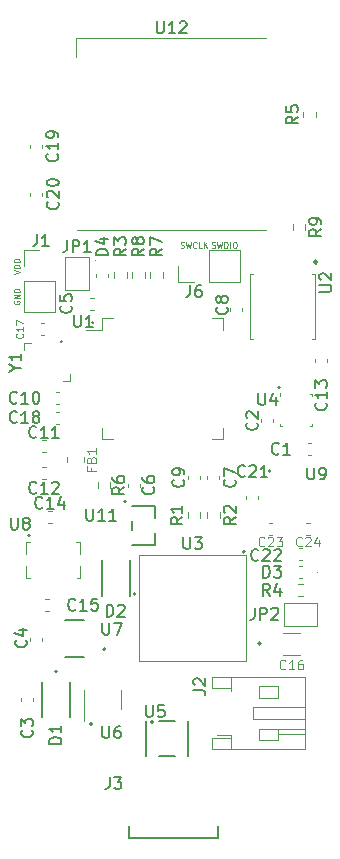
<source format=gbr>
%TF.GenerationSoftware,KiCad,Pcbnew,(6.0.8)*%
%TF.CreationDate,2023-06-03T22:28:48+01:00*%
%TF.ProjectId,circuit board design v2.1,63697263-7569-4742-9062-6f6172642064,rev?*%
%TF.SameCoordinates,Original*%
%TF.FileFunction,Legend,Top*%
%TF.FilePolarity,Positive*%
%FSLAX46Y46*%
G04 Gerber Fmt 4.6, Leading zero omitted, Abs format (unit mm)*
G04 Created by KiCad (PCBNEW (6.0.8)) date 2023-06-03 22:28:48*
%MOMM*%
%LPD*%
G01*
G04 APERTURE LIST*
%ADD10C,0.150000*%
%ADD11C,0.100000*%
%ADD12C,0.120000*%
%ADD13C,0.200000*%
%ADD14C,0.127000*%
%ADD15C,0.152400*%
%ADD16C,0.300000*%
%ADD17C,0.250000*%
G04 APERTURE END LIST*
D10*
%TO.C,U9*%
X47577425Y-61758877D02*
X47577425Y-62568401D01*
X47625044Y-62663639D01*
X47672663Y-62711258D01*
X47767901Y-62758877D01*
X47958377Y-62758877D01*
X48053615Y-62711258D01*
X48101234Y-62663639D01*
X48148853Y-62568401D01*
X48148853Y-61758877D01*
X48672663Y-62758877D02*
X48863139Y-62758877D01*
X48958377Y-62711258D01*
X49005996Y-62663639D01*
X49101234Y-62520782D01*
X49148853Y-62330306D01*
X49148853Y-61949354D01*
X49101234Y-61854116D01*
X49053615Y-61806497D01*
X48958377Y-61758877D01*
X48767901Y-61758877D01*
X48672663Y-61806497D01*
X48625044Y-61854116D01*
X48577425Y-61949354D01*
X48577425Y-62187449D01*
X48625044Y-62282687D01*
X48672663Y-62330306D01*
X48767901Y-62377925D01*
X48958377Y-62377925D01*
X49053615Y-62330306D01*
X49101234Y-62282687D01*
X49148853Y-62187449D01*
%TO.C,J3*%
X30833666Y-87967487D02*
X30833666Y-88681773D01*
X30786047Y-88824630D01*
X30690809Y-88919868D01*
X30547952Y-88967487D01*
X30452714Y-88967487D01*
X31214619Y-87967487D02*
X31833666Y-87967487D01*
X31500333Y-88348440D01*
X31643190Y-88348440D01*
X31738428Y-88396059D01*
X31786047Y-88443678D01*
X31833666Y-88538916D01*
X31833666Y-88777011D01*
X31786047Y-88872249D01*
X31738428Y-88919868D01*
X31643190Y-88967487D01*
X31357476Y-88967487D01*
X31262238Y-88919868D01*
X31214619Y-88872249D01*
%TO.C,U3*%
X37084095Y-67651380D02*
X37084095Y-68460904D01*
X37131714Y-68556142D01*
X37179333Y-68603761D01*
X37274571Y-68651380D01*
X37465047Y-68651380D01*
X37560285Y-68603761D01*
X37607904Y-68556142D01*
X37655523Y-68460904D01*
X37655523Y-67651380D01*
X38036476Y-67651380D02*
X38655523Y-67651380D01*
X38322190Y-68032333D01*
X38465047Y-68032333D01*
X38560285Y-68079952D01*
X38607904Y-68127571D01*
X38655523Y-68222809D01*
X38655523Y-68460904D01*
X38607904Y-68556142D01*
X38560285Y-68603761D01*
X38465047Y-68651380D01*
X38179333Y-68651380D01*
X38084095Y-68603761D01*
X38036476Y-68556142D01*
%TO.C,R9*%
X48745380Y-41568666D02*
X48269190Y-41902000D01*
X48745380Y-42140095D02*
X47745380Y-42140095D01*
X47745380Y-41759142D01*
X47793000Y-41663904D01*
X47840619Y-41616285D01*
X47935857Y-41568666D01*
X48078714Y-41568666D01*
X48173952Y-41616285D01*
X48221571Y-41663904D01*
X48269190Y-41759142D01*
X48269190Y-42140095D01*
X48745380Y-41092476D02*
X48745380Y-40902000D01*
X48697761Y-40806761D01*
X48650142Y-40759142D01*
X48507285Y-40663904D01*
X48316809Y-40616285D01*
X47935857Y-40616285D01*
X47840619Y-40663904D01*
X47793000Y-40711523D01*
X47745380Y-40806761D01*
X47745380Y-40997238D01*
X47793000Y-41092476D01*
X47840619Y-41140095D01*
X47935857Y-41187714D01*
X48173952Y-41187714D01*
X48269190Y-41140095D01*
X48316809Y-41092476D01*
X48364428Y-40997238D01*
X48364428Y-40806761D01*
X48316809Y-40711523D01*
X48269190Y-40663904D01*
X48173952Y-40616285D01*
%TO.C,D4*%
X30678380Y-43791095D02*
X29678380Y-43791095D01*
X29678380Y-43553000D01*
X29726000Y-43410142D01*
X29821238Y-43314904D01*
X29916476Y-43267285D01*
X30106952Y-43219666D01*
X30249809Y-43219666D01*
X30440285Y-43267285D01*
X30535523Y-43314904D01*
X30630761Y-43410142D01*
X30678380Y-43553000D01*
X30678380Y-43791095D01*
X30011714Y-42362523D02*
X30678380Y-42362523D01*
X29630761Y-42600619D02*
X30345047Y-42838714D01*
X30345047Y-42219666D01*
%TO.C,D3*%
X43838904Y-71064380D02*
X43838904Y-70064380D01*
X44077000Y-70064380D01*
X44219857Y-70112000D01*
X44315095Y-70207238D01*
X44362714Y-70302476D01*
X44410333Y-70492952D01*
X44410333Y-70635809D01*
X44362714Y-70826285D01*
X44315095Y-70921523D01*
X44219857Y-71016761D01*
X44077000Y-71064380D01*
X43838904Y-71064380D01*
X44743666Y-70064380D02*
X45362714Y-70064380D01*
X45029380Y-70445333D01*
X45172238Y-70445333D01*
X45267476Y-70492952D01*
X45315095Y-70540571D01*
X45362714Y-70635809D01*
X45362714Y-70873904D01*
X45315095Y-70969142D01*
X45267476Y-71016761D01*
X45172238Y-71064380D01*
X44886523Y-71064380D01*
X44791285Y-71016761D01*
X44743666Y-70969142D01*
%TO.C,C7*%
X41411142Y-62777666D02*
X41458761Y-62825285D01*
X41506380Y-62968142D01*
X41506380Y-63063380D01*
X41458761Y-63206238D01*
X41363523Y-63301476D01*
X41268285Y-63349095D01*
X41077809Y-63396714D01*
X40934952Y-63396714D01*
X40744476Y-63349095D01*
X40649238Y-63301476D01*
X40554000Y-63206238D01*
X40506380Y-63063380D01*
X40506380Y-62968142D01*
X40554000Y-62825285D01*
X40601619Y-62777666D01*
X40506380Y-62444333D02*
X40506380Y-61777666D01*
X41506380Y-62206238D01*
%TO.C,R6*%
X32075380Y-63412666D02*
X31599190Y-63746000D01*
X32075380Y-63984095D02*
X31075380Y-63984095D01*
X31075380Y-63603142D01*
X31123000Y-63507904D01*
X31170619Y-63460285D01*
X31265857Y-63412666D01*
X31408714Y-63412666D01*
X31503952Y-63460285D01*
X31551571Y-63507904D01*
X31599190Y-63603142D01*
X31599190Y-63984095D01*
X31075380Y-62555523D02*
X31075380Y-62746000D01*
X31123000Y-62841238D01*
X31170619Y-62888857D01*
X31313476Y-62984095D01*
X31503952Y-63031714D01*
X31884904Y-63031714D01*
X31980142Y-62984095D01*
X32027761Y-62936476D01*
X32075380Y-62841238D01*
X32075380Y-62650761D01*
X32027761Y-62555523D01*
X31980142Y-62507904D01*
X31884904Y-62460285D01*
X31646809Y-62460285D01*
X31551571Y-62507904D01*
X31503952Y-62555523D01*
X31456333Y-62650761D01*
X31456333Y-62841238D01*
X31503952Y-62936476D01*
X31551571Y-62984095D01*
X31646809Y-63031714D01*
%TO.C,C15*%
X27932142Y-73763142D02*
X27884523Y-73810761D01*
X27741666Y-73858380D01*
X27646428Y-73858380D01*
X27503571Y-73810761D01*
X27408333Y-73715523D01*
X27360714Y-73620285D01*
X27313095Y-73429809D01*
X27313095Y-73286952D01*
X27360714Y-73096476D01*
X27408333Y-73001238D01*
X27503571Y-72906000D01*
X27646428Y-72858380D01*
X27741666Y-72858380D01*
X27884523Y-72906000D01*
X27932142Y-72953619D01*
X28884523Y-73858380D02*
X28313095Y-73858380D01*
X28598809Y-73858380D02*
X28598809Y-72858380D01*
X28503571Y-73001238D01*
X28408333Y-73096476D01*
X28313095Y-73144095D01*
X29789285Y-72858380D02*
X29313095Y-72858380D01*
X29265476Y-73334571D01*
X29313095Y-73286952D01*
X29408333Y-73239333D01*
X29646428Y-73239333D01*
X29741666Y-73286952D01*
X29789285Y-73334571D01*
X29836904Y-73429809D01*
X29836904Y-73667904D01*
X29789285Y-73763142D01*
X29741666Y-73810761D01*
X29646428Y-73858380D01*
X29408333Y-73858380D01*
X29313095Y-73810761D01*
X29265476Y-73763142D01*
%TO.C,D2*%
X30573214Y-74366380D02*
X30573214Y-73366380D01*
X30811309Y-73366380D01*
X30954166Y-73414000D01*
X31049404Y-73509238D01*
X31097023Y-73604476D01*
X31144642Y-73794952D01*
X31144642Y-73937809D01*
X31097023Y-74128285D01*
X31049404Y-74223523D01*
X30954166Y-74318761D01*
X30811309Y-74366380D01*
X30573214Y-74366380D01*
X31525595Y-73461619D02*
X31573214Y-73414000D01*
X31668452Y-73366380D01*
X31906547Y-73366380D01*
X32001785Y-73414000D01*
X32049404Y-73461619D01*
X32097023Y-73556857D01*
X32097023Y-73652095D01*
X32049404Y-73794952D01*
X31477976Y-74366380D01*
X32097023Y-74366380D01*
%TO.C,J1*%
X24685666Y-41997380D02*
X24685666Y-42711666D01*
X24638047Y-42854523D01*
X24542809Y-42949761D01*
X24399952Y-42997380D01*
X24304714Y-42997380D01*
X25685666Y-42997380D02*
X25114238Y-42997380D01*
X25399952Y-42997380D02*
X25399952Y-41997380D01*
X25304714Y-42140238D01*
X25209476Y-42235476D01*
X25114238Y-42283095D01*
D11*
X22737000Y-47649952D02*
X22713190Y-47697571D01*
X22713190Y-47769000D01*
X22737000Y-47840428D01*
X22784619Y-47888047D01*
X22832238Y-47911857D01*
X22927476Y-47935666D01*
X22998904Y-47935666D01*
X23094142Y-47911857D01*
X23141761Y-47888047D01*
X23189380Y-47840428D01*
X23213190Y-47769000D01*
X23213190Y-47721380D01*
X23189380Y-47649952D01*
X23165571Y-47626142D01*
X22998904Y-47626142D01*
X22998904Y-47721380D01*
X23213190Y-47411857D02*
X22713190Y-47411857D01*
X23213190Y-47126142D01*
X22713190Y-47126142D01*
X23213190Y-46888047D02*
X22713190Y-46888047D01*
X22713190Y-46769000D01*
X22737000Y-46697571D01*
X22784619Y-46649952D01*
X22832238Y-46626142D01*
X22927476Y-46602333D01*
X22998904Y-46602333D01*
X23094142Y-46626142D01*
X23141761Y-46649952D01*
X23189380Y-46697571D01*
X23213190Y-46769000D01*
X23213190Y-46888047D01*
X22713190Y-45370666D02*
X23213190Y-45204000D01*
X22713190Y-45037333D01*
X23213190Y-44870666D02*
X22713190Y-44870666D01*
X22713190Y-44751619D01*
X22737000Y-44680190D01*
X22784619Y-44632571D01*
X22832238Y-44608761D01*
X22927476Y-44584952D01*
X22998904Y-44584952D01*
X23094142Y-44608761D01*
X23141761Y-44632571D01*
X23189380Y-44680190D01*
X23213190Y-44751619D01*
X23213190Y-44870666D01*
X23213190Y-44370666D02*
X22713190Y-44370666D01*
X22713190Y-44251619D01*
X22737000Y-44180190D01*
X22784619Y-44132571D01*
X22832238Y-44108761D01*
X22927476Y-44084952D01*
X22998904Y-44084952D01*
X23094142Y-44108761D01*
X23141761Y-44132571D01*
X23189380Y-44180190D01*
X23213190Y-44251619D01*
X23213190Y-44370666D01*
D10*
%TO.C,R3*%
X32202380Y-43219666D02*
X31726190Y-43553000D01*
X32202380Y-43791095D02*
X31202380Y-43791095D01*
X31202380Y-43410142D01*
X31250000Y-43314904D01*
X31297619Y-43267285D01*
X31392857Y-43219666D01*
X31535714Y-43219666D01*
X31630952Y-43267285D01*
X31678571Y-43314904D01*
X31726190Y-43410142D01*
X31726190Y-43791095D01*
X31202380Y-42886333D02*
X31202380Y-42267285D01*
X31583333Y-42600619D01*
X31583333Y-42457761D01*
X31630952Y-42362523D01*
X31678571Y-42314904D01*
X31773809Y-42267285D01*
X32011904Y-42267285D01*
X32107142Y-42314904D01*
X32154761Y-42362523D01*
X32202380Y-42457761D01*
X32202380Y-42743476D01*
X32154761Y-42838714D01*
X32107142Y-42886333D01*
%TO.C,C22*%
X43426142Y-69572142D02*
X43378523Y-69619761D01*
X43235666Y-69667380D01*
X43140428Y-69667380D01*
X42997571Y-69619761D01*
X42902333Y-69524523D01*
X42854714Y-69429285D01*
X42807095Y-69238809D01*
X42807095Y-69095952D01*
X42854714Y-68905476D01*
X42902333Y-68810238D01*
X42997571Y-68715000D01*
X43140428Y-68667380D01*
X43235666Y-68667380D01*
X43378523Y-68715000D01*
X43426142Y-68762619D01*
X43807095Y-68762619D02*
X43854714Y-68715000D01*
X43949952Y-68667380D01*
X44188047Y-68667380D01*
X44283285Y-68715000D01*
X44330904Y-68762619D01*
X44378523Y-68857857D01*
X44378523Y-68953095D01*
X44330904Y-69095952D01*
X43759476Y-69667380D01*
X44378523Y-69667380D01*
X44759476Y-68762619D02*
X44807095Y-68715000D01*
X44902333Y-68667380D01*
X45140428Y-68667380D01*
X45235666Y-68715000D01*
X45283285Y-68762619D01*
X45330904Y-68857857D01*
X45330904Y-68953095D01*
X45283285Y-69095952D01*
X44711857Y-69667380D01*
X45330904Y-69667380D01*
%TO.C,C4*%
X23725142Y-76366666D02*
X23772761Y-76414285D01*
X23820380Y-76557142D01*
X23820380Y-76652380D01*
X23772761Y-76795238D01*
X23677523Y-76890476D01*
X23582285Y-76938095D01*
X23391809Y-76985714D01*
X23248952Y-76985714D01*
X23058476Y-76938095D01*
X22963238Y-76890476D01*
X22868000Y-76795238D01*
X22820380Y-76652380D01*
X22820380Y-76557142D01*
X22868000Y-76414285D01*
X22915619Y-76366666D01*
X23153714Y-75509523D02*
X23820380Y-75509523D01*
X22772761Y-75747619D02*
X23487047Y-75985714D01*
X23487047Y-75366666D01*
%TO.C,C9*%
X37060142Y-62777666D02*
X37107761Y-62825285D01*
X37155380Y-62968142D01*
X37155380Y-63063380D01*
X37107761Y-63206238D01*
X37012523Y-63301476D01*
X36917285Y-63349095D01*
X36726809Y-63396714D01*
X36583952Y-63396714D01*
X36393476Y-63349095D01*
X36298238Y-63301476D01*
X36203000Y-63206238D01*
X36155380Y-63063380D01*
X36155380Y-62968142D01*
X36203000Y-62825285D01*
X36250619Y-62777666D01*
X37155380Y-62301476D02*
X37155380Y-62111000D01*
X37107761Y-62015761D01*
X37060142Y-61968142D01*
X36917285Y-61872904D01*
X36726809Y-61825285D01*
X36345857Y-61825285D01*
X36250619Y-61872904D01*
X36203000Y-61920523D01*
X36155380Y-62015761D01*
X36155380Y-62206238D01*
X36203000Y-62301476D01*
X36250619Y-62349095D01*
X36345857Y-62396714D01*
X36583952Y-62396714D01*
X36679190Y-62349095D01*
X36726809Y-62301476D01*
X36774428Y-62206238D01*
X36774428Y-62015761D01*
X36726809Y-61920523D01*
X36679190Y-61872904D01*
X36583952Y-61825285D01*
%TO.C,J2*%
X37933380Y-80597333D02*
X38647666Y-80597333D01*
X38790523Y-80644952D01*
X38885761Y-80740190D01*
X38933380Y-80883047D01*
X38933380Y-80978285D01*
X38028619Y-80168761D02*
X37981000Y-80121142D01*
X37933380Y-80025904D01*
X37933380Y-79787809D01*
X37981000Y-79692571D01*
X38028619Y-79644952D01*
X38123857Y-79597333D01*
X38219095Y-79597333D01*
X38361952Y-79644952D01*
X38933380Y-80216380D01*
X38933380Y-79597333D01*
D12*
%TO.C,FB1*%
X29279857Y-61753666D02*
X29279857Y-62020333D01*
X29698904Y-62020333D02*
X28898904Y-62020333D01*
X28898904Y-61639380D01*
X29279857Y-61067952D02*
X29317952Y-60953666D01*
X29356047Y-60915571D01*
X29432238Y-60877476D01*
X29546523Y-60877476D01*
X29622714Y-60915571D01*
X29660809Y-60953666D01*
X29698904Y-61029857D01*
X29698904Y-61334619D01*
X28898904Y-61334619D01*
X28898904Y-61067952D01*
X28937000Y-60991761D01*
X28975095Y-60953666D01*
X29051285Y-60915571D01*
X29127476Y-60915571D01*
X29203666Y-60953666D01*
X29241761Y-60991761D01*
X29279857Y-61067952D01*
X29279857Y-61334619D01*
X29698904Y-60115571D02*
X29698904Y-60572714D01*
X29698904Y-60344142D02*
X28898904Y-60344142D01*
X29013190Y-60420333D01*
X29089380Y-60496523D01*
X29127476Y-60572714D01*
D10*
%TO.C,C14*%
X25138142Y-65127142D02*
X25090523Y-65174761D01*
X24947666Y-65222380D01*
X24852428Y-65222380D01*
X24709571Y-65174761D01*
X24614333Y-65079523D01*
X24566714Y-64984285D01*
X24519095Y-64793809D01*
X24519095Y-64650952D01*
X24566714Y-64460476D01*
X24614333Y-64365238D01*
X24709571Y-64270000D01*
X24852428Y-64222380D01*
X24947666Y-64222380D01*
X25090523Y-64270000D01*
X25138142Y-64317619D01*
X26090523Y-65222380D02*
X25519095Y-65222380D01*
X25804809Y-65222380D02*
X25804809Y-64222380D01*
X25709571Y-64365238D01*
X25614333Y-64460476D01*
X25519095Y-64508095D01*
X26947666Y-64555714D02*
X26947666Y-65222380D01*
X26709571Y-64174761D02*
X26471476Y-64889047D01*
X27090523Y-64889047D01*
%TO.C,C11*%
X24630142Y-59158142D02*
X24582523Y-59205761D01*
X24439666Y-59253380D01*
X24344428Y-59253380D01*
X24201571Y-59205761D01*
X24106333Y-59110523D01*
X24058714Y-59015285D01*
X24011095Y-58824809D01*
X24011095Y-58681952D01*
X24058714Y-58491476D01*
X24106333Y-58396238D01*
X24201571Y-58301000D01*
X24344428Y-58253380D01*
X24439666Y-58253380D01*
X24582523Y-58301000D01*
X24630142Y-58348619D01*
X25582523Y-59253380D02*
X25011095Y-59253380D01*
X25296809Y-59253380D02*
X25296809Y-58253380D01*
X25201571Y-58396238D01*
X25106333Y-58491476D01*
X25011095Y-58539095D01*
X26534904Y-59253380D02*
X25963476Y-59253380D01*
X26249190Y-59253380D02*
X26249190Y-58253380D01*
X26153952Y-58396238D01*
X26058714Y-58491476D01*
X25963476Y-58539095D01*
%TO.C,C13*%
X49125142Y-56268857D02*
X49172761Y-56316476D01*
X49220380Y-56459333D01*
X49220380Y-56554571D01*
X49172761Y-56697428D01*
X49077523Y-56792666D01*
X48982285Y-56840285D01*
X48791809Y-56887904D01*
X48648952Y-56887904D01*
X48458476Y-56840285D01*
X48363238Y-56792666D01*
X48268000Y-56697428D01*
X48220380Y-56554571D01*
X48220380Y-56459333D01*
X48268000Y-56316476D01*
X48315619Y-56268857D01*
X49220380Y-55316476D02*
X49220380Y-55887904D01*
X49220380Y-55602190D02*
X48220380Y-55602190D01*
X48363238Y-55697428D01*
X48458476Y-55792666D01*
X48506095Y-55887904D01*
X48220380Y-54983142D02*
X48220380Y-54364095D01*
X48601333Y-54697428D01*
X48601333Y-54554571D01*
X48648952Y-54459333D01*
X48696571Y-54411714D01*
X48791809Y-54364095D01*
X49029904Y-54364095D01*
X49125142Y-54411714D01*
X49172761Y-54459333D01*
X49220380Y-54554571D01*
X49220380Y-54840285D01*
X49172761Y-54935523D01*
X49125142Y-54983142D01*
%TO.C,C6*%
X34520142Y-63412666D02*
X34567761Y-63460285D01*
X34615380Y-63603142D01*
X34615380Y-63698380D01*
X34567761Y-63841238D01*
X34472523Y-63936476D01*
X34377285Y-63984095D01*
X34186809Y-64031714D01*
X34043952Y-64031714D01*
X33853476Y-63984095D01*
X33758238Y-63936476D01*
X33663000Y-63841238D01*
X33615380Y-63698380D01*
X33615380Y-63603142D01*
X33663000Y-63460285D01*
X33710619Y-63412666D01*
X33615380Y-62555523D02*
X33615380Y-62746000D01*
X33663000Y-62841238D01*
X33710619Y-62888857D01*
X33853476Y-62984095D01*
X34043952Y-63031714D01*
X34424904Y-63031714D01*
X34520142Y-62984095D01*
X34567761Y-62936476D01*
X34615380Y-62841238D01*
X34615380Y-62650761D01*
X34567761Y-62555523D01*
X34520142Y-62507904D01*
X34424904Y-62460285D01*
X34186809Y-62460285D01*
X34091571Y-62507904D01*
X34043952Y-62555523D01*
X33996333Y-62650761D01*
X33996333Y-62841238D01*
X34043952Y-62936476D01*
X34091571Y-62984095D01*
X34186809Y-63031714D01*
%TO.C,C18*%
X22979142Y-57888142D02*
X22931523Y-57935761D01*
X22788666Y-57983380D01*
X22693428Y-57983380D01*
X22550571Y-57935761D01*
X22455333Y-57840523D01*
X22407714Y-57745285D01*
X22360095Y-57554809D01*
X22360095Y-57411952D01*
X22407714Y-57221476D01*
X22455333Y-57126238D01*
X22550571Y-57031000D01*
X22693428Y-56983380D01*
X22788666Y-56983380D01*
X22931523Y-57031000D01*
X22979142Y-57078619D01*
X23931523Y-57983380D02*
X23360095Y-57983380D01*
X23645809Y-57983380D02*
X23645809Y-56983380D01*
X23550571Y-57126238D01*
X23455333Y-57221476D01*
X23360095Y-57269095D01*
X24502952Y-57411952D02*
X24407714Y-57364333D01*
X24360095Y-57316714D01*
X24312476Y-57221476D01*
X24312476Y-57173857D01*
X24360095Y-57078619D01*
X24407714Y-57031000D01*
X24502952Y-56983380D01*
X24693428Y-56983380D01*
X24788666Y-57031000D01*
X24836285Y-57078619D01*
X24883904Y-57173857D01*
X24883904Y-57221476D01*
X24836285Y-57316714D01*
X24788666Y-57364333D01*
X24693428Y-57411952D01*
X24502952Y-57411952D01*
X24407714Y-57459571D01*
X24360095Y-57507190D01*
X24312476Y-57602428D01*
X24312476Y-57792904D01*
X24360095Y-57888142D01*
X24407714Y-57935761D01*
X24502952Y-57983380D01*
X24693428Y-57983380D01*
X24788666Y-57935761D01*
X24836285Y-57888142D01*
X24883904Y-57792904D01*
X24883904Y-57602428D01*
X24836285Y-57507190D01*
X24788666Y-57459571D01*
X24693428Y-57411952D01*
%TO.C,R1*%
X36995380Y-65952666D02*
X36519190Y-66286000D01*
X36995380Y-66524095D02*
X35995380Y-66524095D01*
X35995380Y-66143142D01*
X36043000Y-66047904D01*
X36090619Y-66000285D01*
X36185857Y-65952666D01*
X36328714Y-65952666D01*
X36423952Y-66000285D01*
X36471571Y-66047904D01*
X36519190Y-66143142D01*
X36519190Y-66524095D01*
X36995380Y-65000285D02*
X36995380Y-65571714D01*
X36995380Y-65286000D02*
X35995380Y-65286000D01*
X36138238Y-65381238D01*
X36233476Y-65476476D01*
X36281095Y-65571714D01*
%TO.C,U8*%
X22479095Y-66000380D02*
X22479095Y-66809904D01*
X22526714Y-66905142D01*
X22574333Y-66952761D01*
X22669571Y-67000380D01*
X22860047Y-67000380D01*
X22955285Y-66952761D01*
X23002904Y-66905142D01*
X23050523Y-66809904D01*
X23050523Y-66000380D01*
X23669571Y-66428952D02*
X23574333Y-66381333D01*
X23526714Y-66333714D01*
X23479095Y-66238476D01*
X23479095Y-66190857D01*
X23526714Y-66095619D01*
X23574333Y-66048000D01*
X23669571Y-66000380D01*
X23860047Y-66000380D01*
X23955285Y-66048000D01*
X24002904Y-66095619D01*
X24050523Y-66190857D01*
X24050523Y-66238476D01*
X24002904Y-66333714D01*
X23955285Y-66381333D01*
X23860047Y-66428952D01*
X23669571Y-66428952D01*
X23574333Y-66476571D01*
X23526714Y-66524190D01*
X23479095Y-66619428D01*
X23479095Y-66809904D01*
X23526714Y-66905142D01*
X23574333Y-66952761D01*
X23669571Y-67000380D01*
X23860047Y-67000380D01*
X23955285Y-66952761D01*
X24002904Y-66905142D01*
X24050523Y-66809904D01*
X24050523Y-66619428D01*
X24002904Y-66524190D01*
X23955285Y-66476571D01*
X23860047Y-66428952D01*
%TO.C,J6*%
X37639666Y-46315380D02*
X37639666Y-47029666D01*
X37592047Y-47172523D01*
X37496809Y-47267761D01*
X37353952Y-47315380D01*
X37258714Y-47315380D01*
X38544428Y-46315380D02*
X38353952Y-46315380D01*
X38258714Y-46363000D01*
X38211095Y-46410619D01*
X38115857Y-46553476D01*
X38068238Y-46743952D01*
X38068238Y-47124904D01*
X38115857Y-47220142D01*
X38163476Y-47267761D01*
X38258714Y-47315380D01*
X38449190Y-47315380D01*
X38544428Y-47267761D01*
X38592047Y-47220142D01*
X38639666Y-47124904D01*
X38639666Y-46886809D01*
X38592047Y-46791571D01*
X38544428Y-46743952D01*
X38449190Y-46696333D01*
X38258714Y-46696333D01*
X38163476Y-46743952D01*
X38115857Y-46791571D01*
X38068238Y-46886809D01*
D11*
X36837047Y-43128380D02*
X36908476Y-43152190D01*
X37027523Y-43152190D01*
X37075142Y-43128380D01*
X37098952Y-43104571D01*
X37122761Y-43056952D01*
X37122761Y-43009333D01*
X37098952Y-42961714D01*
X37075142Y-42937904D01*
X37027523Y-42914095D01*
X36932285Y-42890285D01*
X36884666Y-42866476D01*
X36860857Y-42842666D01*
X36837047Y-42795047D01*
X36837047Y-42747428D01*
X36860857Y-42699809D01*
X36884666Y-42676000D01*
X36932285Y-42652190D01*
X37051333Y-42652190D01*
X37122761Y-42676000D01*
X37289428Y-42652190D02*
X37408476Y-43152190D01*
X37503714Y-42795047D01*
X37598952Y-43152190D01*
X37718000Y-42652190D01*
X38194190Y-43104571D02*
X38170380Y-43128380D01*
X38098952Y-43152190D01*
X38051333Y-43152190D01*
X37979904Y-43128380D01*
X37932285Y-43080761D01*
X37908476Y-43033142D01*
X37884666Y-42937904D01*
X37884666Y-42866476D01*
X37908476Y-42771238D01*
X37932285Y-42723619D01*
X37979904Y-42676000D01*
X38051333Y-42652190D01*
X38098952Y-42652190D01*
X38170380Y-42676000D01*
X38194190Y-42699809D01*
X38646571Y-43152190D02*
X38408476Y-43152190D01*
X38408476Y-42652190D01*
X38813238Y-43152190D02*
X38813238Y-42652190D01*
X39098952Y-43152190D02*
X38884666Y-42866476D01*
X39098952Y-42652190D02*
X38813238Y-42937904D01*
X39478476Y-43128380D02*
X39549904Y-43152190D01*
X39668952Y-43152190D01*
X39716571Y-43128380D01*
X39740380Y-43104571D01*
X39764190Y-43056952D01*
X39764190Y-43009333D01*
X39740380Y-42961714D01*
X39716571Y-42937904D01*
X39668952Y-42914095D01*
X39573714Y-42890285D01*
X39526095Y-42866476D01*
X39502285Y-42842666D01*
X39478476Y-42795047D01*
X39478476Y-42747428D01*
X39502285Y-42699809D01*
X39526095Y-42676000D01*
X39573714Y-42652190D01*
X39692761Y-42652190D01*
X39764190Y-42676000D01*
X39930857Y-42652190D02*
X40049904Y-43152190D01*
X40145142Y-42795047D01*
X40240380Y-43152190D01*
X40359428Y-42652190D01*
X40549904Y-43152190D02*
X40549904Y-42652190D01*
X40668952Y-42652190D01*
X40740380Y-42676000D01*
X40788000Y-42723619D01*
X40811809Y-42771238D01*
X40835619Y-42866476D01*
X40835619Y-42937904D01*
X40811809Y-43033142D01*
X40788000Y-43080761D01*
X40740380Y-43128380D01*
X40668952Y-43152190D01*
X40549904Y-43152190D01*
X41049904Y-43152190D02*
X41049904Y-42652190D01*
X41383238Y-42652190D02*
X41478476Y-42652190D01*
X41526095Y-42676000D01*
X41573714Y-42723619D01*
X41597523Y-42818857D01*
X41597523Y-42985523D01*
X41573714Y-43080761D01*
X41526095Y-43128380D01*
X41478476Y-43152190D01*
X41383238Y-43152190D01*
X41335619Y-43128380D01*
X41288000Y-43080761D01*
X41264190Y-42985523D01*
X41264190Y-42818857D01*
X41288000Y-42723619D01*
X41335619Y-42676000D01*
X41383238Y-42652190D01*
D10*
%TO.C,R7*%
X35250380Y-43219666D02*
X34774190Y-43553000D01*
X35250380Y-43791095D02*
X34250380Y-43791095D01*
X34250380Y-43410142D01*
X34298000Y-43314904D01*
X34345619Y-43267285D01*
X34440857Y-43219666D01*
X34583714Y-43219666D01*
X34678952Y-43267285D01*
X34726571Y-43314904D01*
X34774190Y-43410142D01*
X34774190Y-43791095D01*
X34250380Y-42886333D02*
X34250380Y-42219666D01*
X35250380Y-42648238D01*
%TO.C,U11*%
X28860904Y-65238380D02*
X28860904Y-66047904D01*
X28908523Y-66143142D01*
X28956142Y-66190761D01*
X29051380Y-66238380D01*
X29241857Y-66238380D01*
X29337095Y-66190761D01*
X29384714Y-66143142D01*
X29432333Y-66047904D01*
X29432333Y-65238380D01*
X30432333Y-66238380D02*
X29860904Y-66238380D01*
X30146619Y-66238380D02*
X30146619Y-65238380D01*
X30051380Y-65381238D01*
X29956142Y-65476476D01*
X29860904Y-65524095D01*
X31384714Y-66238380D02*
X30813285Y-66238380D01*
X31099000Y-66238380D02*
X31099000Y-65238380D01*
X31003761Y-65381238D01*
X30908523Y-65476476D01*
X30813285Y-65524095D01*
%TO.C,U7*%
X30226095Y-74890380D02*
X30226095Y-75699904D01*
X30273714Y-75795142D01*
X30321333Y-75842761D01*
X30416571Y-75890380D01*
X30607047Y-75890380D01*
X30702285Y-75842761D01*
X30749904Y-75795142D01*
X30797523Y-75699904D01*
X30797523Y-74890380D01*
X31178476Y-74890380D02*
X31845142Y-74890380D01*
X31416571Y-75890380D01*
%TO.C,U12*%
X34829904Y-23980380D02*
X34829904Y-24789904D01*
X34877523Y-24885142D01*
X34925142Y-24932761D01*
X35020380Y-24980380D01*
X35210857Y-24980380D01*
X35306095Y-24932761D01*
X35353714Y-24885142D01*
X35401333Y-24789904D01*
X35401333Y-23980380D01*
X36401333Y-24980380D02*
X35829904Y-24980380D01*
X36115619Y-24980380D02*
X36115619Y-23980380D01*
X36020380Y-24123238D01*
X35925142Y-24218476D01*
X35829904Y-24266095D01*
X36782285Y-24075619D02*
X36829904Y-24028000D01*
X36925142Y-23980380D01*
X37163238Y-23980380D01*
X37258476Y-24028000D01*
X37306095Y-24075619D01*
X37353714Y-24170857D01*
X37353714Y-24266095D01*
X37306095Y-24408952D01*
X36734666Y-24980380D01*
X37353714Y-24980380D01*
%TO.C,C1*%
X45172333Y-60555142D02*
X45124714Y-60602761D01*
X44981857Y-60650380D01*
X44886619Y-60650380D01*
X44743761Y-60602761D01*
X44648523Y-60507523D01*
X44600904Y-60412285D01*
X44553285Y-60221809D01*
X44553285Y-60078952D01*
X44600904Y-59888476D01*
X44648523Y-59793238D01*
X44743761Y-59698000D01*
X44886619Y-59650380D01*
X44981857Y-59650380D01*
X45124714Y-59698000D01*
X45172333Y-59745619D01*
X46124714Y-60650380D02*
X45553285Y-60650380D01*
X45839000Y-60650380D02*
X45839000Y-59650380D01*
X45743761Y-59793238D01*
X45648523Y-59888476D01*
X45553285Y-59936095D01*
%TO.C,Y1*%
X22836190Y-53308190D02*
X23312380Y-53308190D01*
X22312380Y-53641523D02*
X22836190Y-53308190D01*
X22312380Y-52974857D01*
X23312380Y-52117714D02*
X23312380Y-52689142D01*
X23312380Y-52403428D02*
X22312380Y-52403428D01*
X22455238Y-52498666D01*
X22550476Y-52593904D01*
X22598095Y-52689142D01*
%TO.C,C2*%
X43283142Y-57951666D02*
X43330761Y-57999285D01*
X43378380Y-58142142D01*
X43378380Y-58237380D01*
X43330761Y-58380238D01*
X43235523Y-58475476D01*
X43140285Y-58523095D01*
X42949809Y-58570714D01*
X42806952Y-58570714D01*
X42616476Y-58523095D01*
X42521238Y-58475476D01*
X42426000Y-58380238D01*
X42378380Y-58237380D01*
X42378380Y-58142142D01*
X42426000Y-57999285D01*
X42473619Y-57951666D01*
X42473619Y-57570714D02*
X42426000Y-57523095D01*
X42378380Y-57427857D01*
X42378380Y-57189761D01*
X42426000Y-57094523D01*
X42473619Y-57046904D01*
X42568857Y-56999285D01*
X42664095Y-56999285D01*
X42806952Y-57046904D01*
X43378380Y-57618333D01*
X43378380Y-56999285D01*
%TO.C,JP2*%
X43108666Y-73620380D02*
X43108666Y-74334666D01*
X43061047Y-74477523D01*
X42965809Y-74572761D01*
X42822952Y-74620380D01*
X42727714Y-74620380D01*
X43584857Y-74620380D02*
X43584857Y-73620380D01*
X43965809Y-73620380D01*
X44061047Y-73668000D01*
X44108666Y-73715619D01*
X44156285Y-73810857D01*
X44156285Y-73953714D01*
X44108666Y-74048952D01*
X44061047Y-74096571D01*
X43965809Y-74144190D01*
X43584857Y-74144190D01*
X44537238Y-73715619D02*
X44584857Y-73668000D01*
X44680095Y-73620380D01*
X44918190Y-73620380D01*
X45013428Y-73668000D01*
X45061047Y-73715619D01*
X45108666Y-73810857D01*
X45108666Y-73906095D01*
X45061047Y-74048952D01*
X44489619Y-74620380D01*
X45108666Y-74620380D01*
%TO.C,U5*%
X33909095Y-81875380D02*
X33909095Y-82684904D01*
X33956714Y-82780142D01*
X34004333Y-82827761D01*
X34099571Y-82875380D01*
X34290047Y-82875380D01*
X34385285Y-82827761D01*
X34432904Y-82780142D01*
X34480523Y-82684904D01*
X34480523Y-81875380D01*
X35432904Y-81875380D02*
X34956714Y-81875380D01*
X34909095Y-82351571D01*
X34956714Y-82303952D01*
X35051952Y-82256333D01*
X35290047Y-82256333D01*
X35385285Y-82303952D01*
X35432904Y-82351571D01*
X35480523Y-82446809D01*
X35480523Y-82684904D01*
X35432904Y-82780142D01*
X35385285Y-82827761D01*
X35290047Y-82875380D01*
X35051952Y-82875380D01*
X34956714Y-82827761D01*
X34909095Y-82780142D01*
D12*
%TO.C,C24*%
X47110714Y-68357714D02*
X47072619Y-68395809D01*
X46958333Y-68433904D01*
X46882142Y-68433904D01*
X46767857Y-68395809D01*
X46691666Y-68319619D01*
X46653571Y-68243428D01*
X46615476Y-68091047D01*
X46615476Y-67976761D01*
X46653571Y-67824380D01*
X46691666Y-67748190D01*
X46767857Y-67672000D01*
X46882142Y-67633904D01*
X46958333Y-67633904D01*
X47072619Y-67672000D01*
X47110714Y-67710095D01*
X47415476Y-67710095D02*
X47453571Y-67672000D01*
X47529761Y-67633904D01*
X47720238Y-67633904D01*
X47796428Y-67672000D01*
X47834523Y-67710095D01*
X47872619Y-67786285D01*
X47872619Y-67862476D01*
X47834523Y-67976761D01*
X47377380Y-68433904D01*
X47872619Y-68433904D01*
X48558333Y-67900571D02*
X48558333Y-68433904D01*
X48367857Y-67595809D02*
X48177380Y-68167238D01*
X48672619Y-68167238D01*
D10*
%TO.C,R4*%
X44410333Y-72588380D02*
X44077000Y-72112190D01*
X43838904Y-72588380D02*
X43838904Y-71588380D01*
X44219857Y-71588380D01*
X44315095Y-71636000D01*
X44362714Y-71683619D01*
X44410333Y-71778857D01*
X44410333Y-71921714D01*
X44362714Y-72016952D01*
X44315095Y-72064571D01*
X44219857Y-72112190D01*
X43838904Y-72112190D01*
X45267476Y-71921714D02*
X45267476Y-72588380D01*
X45029380Y-71540761D02*
X44791285Y-72255047D01*
X45410333Y-72255047D01*
%TO.C,C21*%
X42283142Y-62460142D02*
X42235523Y-62507761D01*
X42092666Y-62555380D01*
X41997428Y-62555380D01*
X41854571Y-62507761D01*
X41759333Y-62412523D01*
X41711714Y-62317285D01*
X41664095Y-62126809D01*
X41664095Y-61983952D01*
X41711714Y-61793476D01*
X41759333Y-61698238D01*
X41854571Y-61603000D01*
X41997428Y-61555380D01*
X42092666Y-61555380D01*
X42235523Y-61603000D01*
X42283142Y-61650619D01*
X42664095Y-61650619D02*
X42711714Y-61603000D01*
X42806952Y-61555380D01*
X43045047Y-61555380D01*
X43140285Y-61603000D01*
X43187904Y-61650619D01*
X43235523Y-61745857D01*
X43235523Y-61841095D01*
X43187904Y-61983952D01*
X42616476Y-62555380D01*
X43235523Y-62555380D01*
X44187904Y-62555380D02*
X43616476Y-62555380D01*
X43902190Y-62555380D02*
X43902190Y-61555380D01*
X43806952Y-61698238D01*
X43711714Y-61793476D01*
X43616476Y-61841095D01*
%TO.C,C12*%
X24630142Y-63857142D02*
X24582523Y-63904761D01*
X24439666Y-63952380D01*
X24344428Y-63952380D01*
X24201571Y-63904761D01*
X24106333Y-63809523D01*
X24058714Y-63714285D01*
X24011095Y-63523809D01*
X24011095Y-63380952D01*
X24058714Y-63190476D01*
X24106333Y-63095238D01*
X24201571Y-63000000D01*
X24344428Y-62952380D01*
X24439666Y-62952380D01*
X24582523Y-63000000D01*
X24630142Y-63047619D01*
X25582523Y-63952380D02*
X25011095Y-63952380D01*
X25296809Y-63952380D02*
X25296809Y-62952380D01*
X25201571Y-63095238D01*
X25106333Y-63190476D01*
X25011095Y-63238095D01*
X25963476Y-63047619D02*
X26011095Y-63000000D01*
X26106333Y-62952380D01*
X26344428Y-62952380D01*
X26439666Y-63000000D01*
X26487285Y-63047619D01*
X26534904Y-63142857D01*
X26534904Y-63238095D01*
X26487285Y-63380952D01*
X25915857Y-63952380D01*
X26534904Y-63952380D01*
D12*
%TO.C,C23*%
X43935714Y-68357714D02*
X43897619Y-68395809D01*
X43783333Y-68433904D01*
X43707142Y-68433904D01*
X43592857Y-68395809D01*
X43516666Y-68319619D01*
X43478571Y-68243428D01*
X43440476Y-68091047D01*
X43440476Y-67976761D01*
X43478571Y-67824380D01*
X43516666Y-67748190D01*
X43592857Y-67672000D01*
X43707142Y-67633904D01*
X43783333Y-67633904D01*
X43897619Y-67672000D01*
X43935714Y-67710095D01*
X44240476Y-67710095D02*
X44278571Y-67672000D01*
X44354761Y-67633904D01*
X44545238Y-67633904D01*
X44621428Y-67672000D01*
X44659523Y-67710095D01*
X44697619Y-67786285D01*
X44697619Y-67862476D01*
X44659523Y-67976761D01*
X44202380Y-68433904D01*
X44697619Y-68433904D01*
X44964285Y-67633904D02*
X45459523Y-67633904D01*
X45192857Y-67938666D01*
X45307142Y-67938666D01*
X45383333Y-67976761D01*
X45421428Y-68014857D01*
X45459523Y-68091047D01*
X45459523Y-68281523D01*
X45421428Y-68357714D01*
X45383333Y-68395809D01*
X45307142Y-68433904D01*
X45078571Y-68433904D01*
X45002380Y-68395809D01*
X44964285Y-68357714D01*
D10*
%TO.C,C19*%
X26392142Y-35186857D02*
X26439761Y-35234476D01*
X26487380Y-35377333D01*
X26487380Y-35472571D01*
X26439761Y-35615428D01*
X26344523Y-35710666D01*
X26249285Y-35758285D01*
X26058809Y-35805904D01*
X25915952Y-35805904D01*
X25725476Y-35758285D01*
X25630238Y-35710666D01*
X25535000Y-35615428D01*
X25487380Y-35472571D01*
X25487380Y-35377333D01*
X25535000Y-35234476D01*
X25582619Y-35186857D01*
X26487380Y-34234476D02*
X26487380Y-34805904D01*
X26487380Y-34520190D02*
X25487380Y-34520190D01*
X25630238Y-34615428D01*
X25725476Y-34710666D01*
X25773095Y-34805904D01*
X26487380Y-33758285D02*
X26487380Y-33567809D01*
X26439761Y-33472571D01*
X26392142Y-33424952D01*
X26249285Y-33329714D01*
X26058809Y-33282095D01*
X25677857Y-33282095D01*
X25582619Y-33329714D01*
X25535000Y-33377333D01*
X25487380Y-33472571D01*
X25487380Y-33663047D01*
X25535000Y-33758285D01*
X25582619Y-33805904D01*
X25677857Y-33853523D01*
X25915952Y-33853523D01*
X26011190Y-33805904D01*
X26058809Y-33758285D01*
X26106428Y-33663047D01*
X26106428Y-33472571D01*
X26058809Y-33377333D01*
X26011190Y-33329714D01*
X25915952Y-33282095D01*
%TO.C,C10*%
X22979142Y-56237142D02*
X22931523Y-56284761D01*
X22788666Y-56332380D01*
X22693428Y-56332380D01*
X22550571Y-56284761D01*
X22455333Y-56189523D01*
X22407714Y-56094285D01*
X22360095Y-55903809D01*
X22360095Y-55760952D01*
X22407714Y-55570476D01*
X22455333Y-55475238D01*
X22550571Y-55380000D01*
X22693428Y-55332380D01*
X22788666Y-55332380D01*
X22931523Y-55380000D01*
X22979142Y-55427619D01*
X23931523Y-56332380D02*
X23360095Y-56332380D01*
X23645809Y-56332380D02*
X23645809Y-55332380D01*
X23550571Y-55475238D01*
X23455333Y-55570476D01*
X23360095Y-55618095D01*
X24550571Y-55332380D02*
X24645809Y-55332380D01*
X24741047Y-55380000D01*
X24788666Y-55427619D01*
X24836285Y-55522857D01*
X24883904Y-55713333D01*
X24883904Y-55951428D01*
X24836285Y-56141904D01*
X24788666Y-56237142D01*
X24741047Y-56284761D01*
X24645809Y-56332380D01*
X24550571Y-56332380D01*
X24455333Y-56284761D01*
X24407714Y-56237142D01*
X24360095Y-56141904D01*
X24312476Y-55951428D01*
X24312476Y-55713333D01*
X24360095Y-55522857D01*
X24407714Y-55427619D01*
X24455333Y-55380000D01*
X24550571Y-55332380D01*
%TO.C,D1*%
X26741380Y-85135404D02*
X25741380Y-85135404D01*
X25741380Y-84897309D01*
X25789000Y-84754452D01*
X25884238Y-84659214D01*
X25979476Y-84611595D01*
X26169952Y-84563976D01*
X26312809Y-84563976D01*
X26503285Y-84611595D01*
X26598523Y-84659214D01*
X26693761Y-84754452D01*
X26741380Y-84897309D01*
X26741380Y-85135404D01*
X26741380Y-83611595D02*
X26741380Y-84183023D01*
X26741380Y-83897309D02*
X25741380Y-83897309D01*
X25884238Y-83992547D01*
X25979476Y-84087785D01*
X26027095Y-84183023D01*
%TO.C,U4*%
X43434095Y-55459380D02*
X43434095Y-56268904D01*
X43481714Y-56364142D01*
X43529333Y-56411761D01*
X43624571Y-56459380D01*
X43815047Y-56459380D01*
X43910285Y-56411761D01*
X43957904Y-56364142D01*
X44005523Y-56268904D01*
X44005523Y-55459380D01*
X44910285Y-55792714D02*
X44910285Y-56459380D01*
X44672190Y-55411761D02*
X44434095Y-56126047D01*
X45053142Y-56126047D01*
D12*
%TO.C,C16*%
X45713714Y-78771714D02*
X45675619Y-78809809D01*
X45561333Y-78847904D01*
X45485142Y-78847904D01*
X45370857Y-78809809D01*
X45294666Y-78733619D01*
X45256571Y-78657428D01*
X45218476Y-78505047D01*
X45218476Y-78390761D01*
X45256571Y-78238380D01*
X45294666Y-78162190D01*
X45370857Y-78086000D01*
X45485142Y-78047904D01*
X45561333Y-78047904D01*
X45675619Y-78086000D01*
X45713714Y-78124095D01*
X46475619Y-78847904D02*
X46018476Y-78847904D01*
X46247047Y-78847904D02*
X46247047Y-78047904D01*
X46170857Y-78162190D01*
X46094666Y-78238380D01*
X46018476Y-78276476D01*
X47161333Y-78047904D02*
X47008952Y-78047904D01*
X46932761Y-78086000D01*
X46894666Y-78124095D01*
X46818476Y-78238380D01*
X46780380Y-78390761D01*
X46780380Y-78695523D01*
X46818476Y-78771714D01*
X46856571Y-78809809D01*
X46932761Y-78847904D01*
X47085142Y-78847904D01*
X47161333Y-78809809D01*
X47199428Y-78771714D01*
X47237523Y-78695523D01*
X47237523Y-78505047D01*
X47199428Y-78428857D01*
X47161333Y-78390761D01*
X47085142Y-78352666D01*
X46932761Y-78352666D01*
X46856571Y-78390761D01*
X46818476Y-78428857D01*
X46780380Y-78505047D01*
D10*
%TO.C,C20*%
X26425142Y-39250857D02*
X26472761Y-39298476D01*
X26520380Y-39441333D01*
X26520380Y-39536571D01*
X26472761Y-39679428D01*
X26377523Y-39774666D01*
X26282285Y-39822285D01*
X26091809Y-39869904D01*
X25948952Y-39869904D01*
X25758476Y-39822285D01*
X25663238Y-39774666D01*
X25568000Y-39679428D01*
X25520380Y-39536571D01*
X25520380Y-39441333D01*
X25568000Y-39298476D01*
X25615619Y-39250857D01*
X25615619Y-38869904D02*
X25568000Y-38822285D01*
X25520380Y-38727047D01*
X25520380Y-38488952D01*
X25568000Y-38393714D01*
X25615619Y-38346095D01*
X25710857Y-38298476D01*
X25806095Y-38298476D01*
X25948952Y-38346095D01*
X26520380Y-38917523D01*
X26520380Y-38298476D01*
X25520380Y-37679428D02*
X25520380Y-37584190D01*
X25568000Y-37488952D01*
X25615619Y-37441333D01*
X25710857Y-37393714D01*
X25901333Y-37346095D01*
X26139428Y-37346095D01*
X26329904Y-37393714D01*
X26425142Y-37441333D01*
X26472761Y-37488952D01*
X26520380Y-37584190D01*
X26520380Y-37679428D01*
X26472761Y-37774666D01*
X26425142Y-37822285D01*
X26329904Y-37869904D01*
X26139428Y-37917523D01*
X25901333Y-37917523D01*
X25710857Y-37869904D01*
X25615619Y-37822285D01*
X25568000Y-37774666D01*
X25520380Y-37679428D01*
%TO.C,C8*%
X40743142Y-48172666D02*
X40790761Y-48220285D01*
X40838380Y-48363142D01*
X40838380Y-48458380D01*
X40790761Y-48601238D01*
X40695523Y-48696476D01*
X40600285Y-48744095D01*
X40409809Y-48791714D01*
X40266952Y-48791714D01*
X40076476Y-48744095D01*
X39981238Y-48696476D01*
X39886000Y-48601238D01*
X39838380Y-48458380D01*
X39838380Y-48363142D01*
X39886000Y-48220285D01*
X39933619Y-48172666D01*
X40266952Y-47601238D02*
X40219333Y-47696476D01*
X40171714Y-47744095D01*
X40076476Y-47791714D01*
X40028857Y-47791714D01*
X39933619Y-47744095D01*
X39886000Y-47696476D01*
X39838380Y-47601238D01*
X39838380Y-47410761D01*
X39886000Y-47315523D01*
X39933619Y-47267904D01*
X40028857Y-47220285D01*
X40076476Y-47220285D01*
X40171714Y-47267904D01*
X40219333Y-47315523D01*
X40266952Y-47410761D01*
X40266952Y-47601238D01*
X40314571Y-47696476D01*
X40362190Y-47744095D01*
X40457428Y-47791714D01*
X40647904Y-47791714D01*
X40743142Y-47744095D01*
X40790761Y-47696476D01*
X40838380Y-47601238D01*
X40838380Y-47410761D01*
X40790761Y-47315523D01*
X40743142Y-47267904D01*
X40647904Y-47220285D01*
X40457428Y-47220285D01*
X40362190Y-47267904D01*
X40314571Y-47315523D01*
X40266952Y-47410761D01*
%TO.C,R5*%
X46774380Y-32043666D02*
X46298190Y-32377000D01*
X46774380Y-32615095D02*
X45774380Y-32615095D01*
X45774380Y-32234142D01*
X45822000Y-32138904D01*
X45869619Y-32091285D01*
X45964857Y-32043666D01*
X46107714Y-32043666D01*
X46202952Y-32091285D01*
X46250571Y-32138904D01*
X46298190Y-32234142D01*
X46298190Y-32615095D01*
X45774380Y-31138904D02*
X45774380Y-31615095D01*
X46250571Y-31662714D01*
X46202952Y-31615095D01*
X46155333Y-31519857D01*
X46155333Y-31281761D01*
X46202952Y-31186523D01*
X46250571Y-31138904D01*
X46345809Y-31091285D01*
X46583904Y-31091285D01*
X46679142Y-31138904D01*
X46726761Y-31186523D01*
X46774380Y-31281761D01*
X46774380Y-31519857D01*
X46726761Y-31615095D01*
X46679142Y-31662714D01*
%TO.C,U6*%
X30226095Y-83653380D02*
X30226095Y-84462904D01*
X30273714Y-84558142D01*
X30321333Y-84605761D01*
X30416571Y-84653380D01*
X30607047Y-84653380D01*
X30702285Y-84605761D01*
X30749904Y-84558142D01*
X30797523Y-84462904D01*
X30797523Y-83653380D01*
X31702285Y-83653380D02*
X31511809Y-83653380D01*
X31416571Y-83701000D01*
X31368952Y-83748619D01*
X31273714Y-83891476D01*
X31226095Y-84081952D01*
X31226095Y-84462904D01*
X31273714Y-84558142D01*
X31321333Y-84605761D01*
X31416571Y-84653380D01*
X31607047Y-84653380D01*
X31702285Y-84605761D01*
X31749904Y-84558142D01*
X31797523Y-84462904D01*
X31797523Y-84224809D01*
X31749904Y-84129571D01*
X31702285Y-84081952D01*
X31607047Y-84034333D01*
X31416571Y-84034333D01*
X31321333Y-84081952D01*
X31273714Y-84129571D01*
X31226095Y-84224809D01*
%TO.C,C3*%
X24233142Y-83986666D02*
X24280761Y-84034285D01*
X24328380Y-84177142D01*
X24328380Y-84272380D01*
X24280761Y-84415238D01*
X24185523Y-84510476D01*
X24090285Y-84558095D01*
X23899809Y-84605714D01*
X23756952Y-84605714D01*
X23566476Y-84558095D01*
X23471238Y-84510476D01*
X23376000Y-84415238D01*
X23328380Y-84272380D01*
X23328380Y-84177142D01*
X23376000Y-84034285D01*
X23423619Y-83986666D01*
X23328380Y-83653333D02*
X23328380Y-83034285D01*
X23709333Y-83367619D01*
X23709333Y-83224761D01*
X23756952Y-83129523D01*
X23804571Y-83081904D01*
X23899809Y-83034285D01*
X24137904Y-83034285D01*
X24233142Y-83081904D01*
X24280761Y-83129523D01*
X24328380Y-83224761D01*
X24328380Y-83510476D01*
X24280761Y-83605714D01*
X24233142Y-83653333D01*
%TO.C,U1*%
X27813095Y-48855380D02*
X27813095Y-49664904D01*
X27860714Y-49760142D01*
X27908333Y-49807761D01*
X28003571Y-49855380D01*
X28194047Y-49855380D01*
X28289285Y-49807761D01*
X28336904Y-49760142D01*
X28384523Y-49664904D01*
X28384523Y-48855380D01*
X29384523Y-49855380D02*
X28813095Y-49855380D01*
X29098809Y-49855380D02*
X29098809Y-48855380D01*
X29003571Y-48998238D01*
X28908333Y-49093476D01*
X28813095Y-49141095D01*
%TO.C,R2*%
X41506380Y-65952666D02*
X41030190Y-66286000D01*
X41506380Y-66524095D02*
X40506380Y-66524095D01*
X40506380Y-66143142D01*
X40554000Y-66047904D01*
X40601619Y-66000285D01*
X40696857Y-65952666D01*
X40839714Y-65952666D01*
X40934952Y-66000285D01*
X40982571Y-66047904D01*
X41030190Y-66143142D01*
X41030190Y-66524095D01*
X40601619Y-65571714D02*
X40554000Y-65524095D01*
X40506380Y-65428857D01*
X40506380Y-65190761D01*
X40554000Y-65095523D01*
X40601619Y-65047904D01*
X40696857Y-65000285D01*
X40792095Y-65000285D01*
X40934952Y-65047904D01*
X41506380Y-65619333D01*
X41506380Y-65000285D01*
%TO.C,U2*%
X48601380Y-46862904D02*
X49410904Y-46862904D01*
X49506142Y-46815285D01*
X49553761Y-46767666D01*
X49601380Y-46672428D01*
X49601380Y-46481952D01*
X49553761Y-46386714D01*
X49506142Y-46339095D01*
X49410904Y-46291476D01*
X48601380Y-46291476D01*
X48696619Y-45862904D02*
X48649000Y-45815285D01*
X48601380Y-45720047D01*
X48601380Y-45481952D01*
X48649000Y-45386714D01*
X48696619Y-45339095D01*
X48791857Y-45291476D01*
X48887095Y-45291476D01*
X49029952Y-45339095D01*
X49601380Y-45910523D01*
X49601380Y-45291476D01*
D11*
%TO.C,C17*%
X23455285Y-50423714D02*
X23483857Y-50452285D01*
X23512428Y-50538000D01*
X23512428Y-50595142D01*
X23483857Y-50680857D01*
X23426714Y-50738000D01*
X23369571Y-50766571D01*
X23255285Y-50795142D01*
X23169571Y-50795142D01*
X23055285Y-50766571D01*
X22998142Y-50738000D01*
X22941000Y-50680857D01*
X22912428Y-50595142D01*
X22912428Y-50538000D01*
X22941000Y-50452285D01*
X22969571Y-50423714D01*
X23512428Y-49852285D02*
X23512428Y-50195142D01*
X23512428Y-50023714D02*
X22912428Y-50023714D01*
X22998142Y-50080857D01*
X23055285Y-50138000D01*
X23083857Y-50195142D01*
X22912428Y-49652285D02*
X22912428Y-49252285D01*
X23512428Y-49509428D01*
D10*
%TO.C,R8*%
X33726380Y-43219666D02*
X33250190Y-43553000D01*
X33726380Y-43791095D02*
X32726380Y-43791095D01*
X32726380Y-43410142D01*
X32774000Y-43314904D01*
X32821619Y-43267285D01*
X32916857Y-43219666D01*
X33059714Y-43219666D01*
X33154952Y-43267285D01*
X33202571Y-43314904D01*
X33250190Y-43410142D01*
X33250190Y-43791095D01*
X33154952Y-42648238D02*
X33107333Y-42743476D01*
X33059714Y-42791095D01*
X32964476Y-42838714D01*
X32916857Y-42838714D01*
X32821619Y-42791095D01*
X32774000Y-42743476D01*
X32726380Y-42648238D01*
X32726380Y-42457761D01*
X32774000Y-42362523D01*
X32821619Y-42314904D01*
X32916857Y-42267285D01*
X32964476Y-42267285D01*
X33059714Y-42314904D01*
X33107333Y-42362523D01*
X33154952Y-42457761D01*
X33154952Y-42648238D01*
X33202571Y-42743476D01*
X33250190Y-42791095D01*
X33345428Y-42838714D01*
X33535904Y-42838714D01*
X33631142Y-42791095D01*
X33678761Y-42743476D01*
X33726380Y-42648238D01*
X33726380Y-42457761D01*
X33678761Y-42362523D01*
X33631142Y-42314904D01*
X33535904Y-42267285D01*
X33345428Y-42267285D01*
X33250190Y-42314904D01*
X33202571Y-42362523D01*
X33154952Y-42457761D01*
%TO.C,JP1*%
X27233666Y-42505380D02*
X27233666Y-43219666D01*
X27186047Y-43362523D01*
X27090809Y-43457761D01*
X26947952Y-43505380D01*
X26852714Y-43505380D01*
X27709857Y-43505380D02*
X27709857Y-42505380D01*
X28090809Y-42505380D01*
X28186047Y-42553000D01*
X28233666Y-42600619D01*
X28281285Y-42695857D01*
X28281285Y-42838714D01*
X28233666Y-42933952D01*
X28186047Y-42981571D01*
X28090809Y-43029190D01*
X27709857Y-43029190D01*
X29233666Y-43505380D02*
X28662238Y-43505380D01*
X28947952Y-43505380D02*
X28947952Y-42505380D01*
X28852714Y-42648238D01*
X28757476Y-42743476D01*
X28662238Y-42791095D01*
%TO.C,C5*%
X27535142Y-48045666D02*
X27582761Y-48093285D01*
X27630380Y-48236142D01*
X27630380Y-48331380D01*
X27582761Y-48474238D01*
X27487523Y-48569476D01*
X27392285Y-48617095D01*
X27201809Y-48664714D01*
X27058952Y-48664714D01*
X26868476Y-48617095D01*
X26773238Y-48569476D01*
X26678000Y-48474238D01*
X26630380Y-48331380D01*
X26630380Y-48236142D01*
X26678000Y-48093285D01*
X26725619Y-48045666D01*
X26630380Y-47140904D02*
X26630380Y-47617095D01*
X27106571Y-47664714D01*
X27058952Y-47617095D01*
X27011333Y-47521857D01*
X27011333Y-47283761D01*
X27058952Y-47188523D01*
X27106571Y-47140904D01*
X27201809Y-47093285D01*
X27439904Y-47093285D01*
X27535142Y-47140904D01*
X27582761Y-47188523D01*
X27630380Y-47283761D01*
X27630380Y-47521857D01*
X27582761Y-47617095D01*
X27535142Y-47664714D01*
D13*
%TO.C,U9*%
X44446807Y-62048456D02*
G75*
G03*
X44446807Y-62048456I-100000J0D01*
G01*
D14*
%TO.C,J3*%
X32497000Y-92101000D02*
X32497000Y-93101000D01*
X32497000Y-93101000D02*
X39997000Y-93101000D01*
X39997000Y-92101000D02*
X39997000Y-93101000D01*
D13*
%TO.C,U3*%
X42262598Y-68869527D02*
G75*
G03*
X42262598Y-68869527I-90370J0D01*
G01*
D12*
X33346000Y-69160000D02*
X42346000Y-69160000D01*
X42346000Y-69160000D02*
X42346000Y-78160000D01*
X42346000Y-78160000D02*
X33346000Y-78160000D01*
X33346000Y-78160000D02*
X33346000Y-69160000D01*
%TO.C,R9*%
X46340500Y-41164742D02*
X46340500Y-41639258D01*
X47385500Y-41164742D02*
X47385500Y-41639258D01*
%TO.C,D4*%
X29696843Y-44185198D02*
G75*
G03*
X29696843Y-44185198I-38681J0D01*
G01*
X30736000Y-45606580D02*
X30736000Y-45325420D01*
X29716000Y-45606580D02*
X29716000Y-45325420D01*
%TO.C,D3*%
X48456671Y-70617240D02*
G75*
G03*
X48456671Y-70617240I-51617J0D01*
G01*
X46849420Y-70102000D02*
X47130580Y-70102000D01*
X46849420Y-71122000D02*
X47130580Y-71122000D01*
%TO.C,C7*%
X39114000Y-62470420D02*
X39114000Y-62751580D01*
X40134000Y-62470420D02*
X40134000Y-62751580D01*
%TO.C,R6*%
X29830500Y-63008742D02*
X29830500Y-63483258D01*
X30875500Y-63008742D02*
X30875500Y-63483258D01*
%TO.C,C15*%
X25667580Y-73916000D02*
X25386420Y-73916000D01*
X25667580Y-72896000D02*
X25386420Y-72896000D01*
D10*
%TO.C,D2*%
X30224314Y-69620000D02*
X30224314Y-72620000D01*
X32574314Y-72620000D02*
X32574314Y-69620000D01*
X33021687Y-72467669D02*
G75*
G03*
X33021687Y-72467669I-72051J0D01*
G01*
D12*
%TO.C,J1*%
X23562000Y-45969000D02*
X23562000Y-48569000D01*
X26222000Y-45969000D02*
X26222000Y-48569000D01*
X23562000Y-45969000D02*
X26222000Y-45969000D01*
X23562000Y-48569000D02*
X26222000Y-48569000D01*
X23562000Y-44699000D02*
X23562000Y-43369000D01*
X23562000Y-43369000D02*
X24892000Y-43369000D01*
%TO.C,R3*%
X32272500Y-45703258D02*
X32272500Y-45228742D01*
X31227500Y-45703258D02*
X31227500Y-45228742D01*
%TO.C,C22*%
X47130580Y-68578000D02*
X46849420Y-68578000D01*
X47130580Y-69598000D02*
X46849420Y-69598000D01*
%TO.C,C4*%
X24128000Y-76467580D02*
X24128000Y-76186420D01*
X25148000Y-76467580D02*
X25148000Y-76186420D01*
%TO.C,C9*%
X38483000Y-62470420D02*
X38483000Y-62751580D01*
X37463000Y-62470420D02*
X37463000Y-62751580D01*
%TO.C,J2*%
X39524000Y-84690000D02*
X39524000Y-85610000D01*
X41124000Y-85610000D02*
X41124000Y-84690000D01*
X43484000Y-83850000D02*
X43484000Y-84850000D01*
X45084000Y-80250000D02*
X45084000Y-81250000D01*
X45084000Y-84350000D02*
X47344000Y-84350000D01*
X41124000Y-84410000D02*
X39909000Y-84410000D01*
X42984000Y-83050000D02*
X42984000Y-82050000D01*
X39524000Y-79490000D02*
X39524000Y-80410000D01*
X45084000Y-83850000D02*
X47344000Y-83850000D01*
X41124000Y-80410000D02*
X41124000Y-80690000D01*
X47344000Y-85610000D02*
X47344000Y-79490000D01*
X43484000Y-80250000D02*
X45084000Y-80250000D01*
X47344000Y-83050000D02*
X42984000Y-83050000D01*
X39524000Y-85610000D02*
X47344000Y-85610000D01*
X47344000Y-79490000D02*
X39524000Y-79490000D01*
X41124000Y-79490000D02*
X41124000Y-80410000D01*
X41124000Y-84690000D02*
X39524000Y-84690000D01*
X45084000Y-81250000D02*
X43484000Y-81250000D01*
X45084000Y-84850000D02*
X45084000Y-83850000D01*
X41124000Y-84410000D02*
X41124000Y-84690000D01*
X43484000Y-81250000D02*
X43484000Y-80250000D01*
X42984000Y-82050000D02*
X47344000Y-82050000D01*
X43484000Y-84850000D02*
X45084000Y-84850000D01*
X45084000Y-83850000D02*
X43484000Y-83850000D01*
X39524000Y-80410000D02*
X41124000Y-80410000D01*
%TO.C,FB1*%
X28675000Y-60859936D02*
X28675000Y-61314064D01*
X27205000Y-60859936D02*
X27205000Y-61314064D01*
%TO.C,C14*%
X25640420Y-65403000D02*
X25921580Y-65403000D01*
X25640420Y-66423000D02*
X25921580Y-66423000D01*
%TO.C,C11*%
X25413580Y-59434000D02*
X25132420Y-59434000D01*
X25413580Y-60454000D02*
X25132420Y-60454000D01*
%TO.C,C13*%
X48258000Y-52564420D02*
X48258000Y-52845580D01*
X49278000Y-52564420D02*
X49278000Y-52845580D01*
%TO.C,C6*%
X33403000Y-63105420D02*
X33403000Y-63386580D01*
X32383000Y-63105420D02*
X32383000Y-63386580D01*
%TO.C,C18*%
X26275420Y-55370000D02*
X26556580Y-55370000D01*
X26275420Y-56390000D02*
X26556580Y-56390000D01*
%TO.C,R1*%
X38495500Y-66023258D02*
X38495500Y-65548742D01*
X37450500Y-66023258D02*
X37450500Y-65548742D01*
D11*
%TO.C,U8*%
X28285000Y-68063500D02*
X28285000Y-69063500D01*
X23785000Y-68063500D02*
X24120000Y-68063500D01*
X28035000Y-71063500D02*
X28285000Y-71063500D01*
X23785000Y-70063500D02*
X23785000Y-70063500D01*
X23785000Y-69063500D02*
X23785000Y-68063500D01*
X23785000Y-71063500D02*
X23785000Y-70063500D01*
X28285000Y-71063500D02*
X28285000Y-70063500D01*
X27950000Y-68063500D02*
X28285000Y-68063500D01*
X24120000Y-71063500D02*
X23785000Y-71063500D01*
D13*
X24077774Y-67507122D02*
G75*
G03*
X24077774Y-67507122I-94249J0D01*
G01*
D12*
%TO.C,J6*%
X41838000Y-46034000D02*
X41838000Y-43374000D01*
X39238000Y-46034000D02*
X41838000Y-46034000D01*
X37968000Y-46034000D02*
X36638000Y-46034000D01*
X39238000Y-46034000D02*
X39238000Y-43374000D01*
X36638000Y-46034000D02*
X36638000Y-44704000D01*
X39238000Y-43374000D02*
X41838000Y-43374000D01*
%TO.C,R7*%
X34275500Y-45703258D02*
X34275500Y-45228742D01*
X35320500Y-45703258D02*
X35320500Y-45228742D01*
D15*
%TO.C,U11*%
X32715200Y-66291739D02*
X32715200Y-67058261D01*
X34671000Y-68300600D02*
X34671000Y-67291740D01*
X34671000Y-66058260D02*
X34671000Y-65049400D01*
X34671000Y-65049400D02*
X32715200Y-65049400D01*
X32715200Y-68300600D02*
X34671000Y-68300600D01*
X32225568Y-64632819D02*
G75*
G03*
X32225568Y-64632819I-78372J0D01*
G01*
D14*
%TO.C,U7*%
X28684000Y-74635000D02*
X27084000Y-74635000D01*
X28684000Y-77765000D02*
X27084000Y-77765000D01*
D13*
X30484000Y-77150000D02*
G75*
G03*
X30484000Y-77150000I-100000J0D01*
G01*
D12*
%TO.C,U12*%
X44068000Y-41638000D02*
X28068000Y-41638000D01*
X27958000Y-25418000D02*
X27958000Y-27028000D01*
X44068000Y-25418000D02*
X27958000Y-25418000D01*
%TO.C,C1*%
X47611420Y-59688000D02*
X47892580Y-59688000D01*
X47611420Y-60708000D02*
X47892580Y-60708000D01*
%TO.C,Y1*%
X23577000Y-51232000D02*
X23577000Y-51832000D01*
X27477000Y-53832000D02*
X27477000Y-54432000D01*
X24177000Y-51232000D02*
X23577000Y-51232000D01*
X27477000Y-54432000D02*
X26877000Y-54432000D01*
D10*
X26795894Y-51096717D02*
G75*
G03*
X26795894Y-51096717I-66655J0D01*
G01*
D12*
%TO.C,C2*%
X43686000Y-57925580D02*
X43686000Y-57644420D01*
X44706000Y-57925580D02*
X44706000Y-57644420D01*
%TO.C,JP2*%
X45602641Y-73208388D02*
X48402641Y-73208388D01*
X48402641Y-73208388D02*
X48402641Y-75208388D01*
X48402641Y-75208388D02*
X45602641Y-75208388D01*
X45602641Y-75208388D02*
X45602641Y-73208388D01*
D16*
%TO.C,U5*%
X34421332Y-83270153D02*
X34420515Y-83270153D01*
D14*
X37487000Y-83209000D02*
X37487000Y-86209000D01*
X33887000Y-86209000D02*
X33887000Y-83209000D01*
X36387000Y-86209000D02*
X34987000Y-86209000D01*
X34987000Y-83209000D02*
X36387000Y-83209000D01*
D12*
%TO.C,C24*%
X47484420Y-67439000D02*
X47765580Y-67439000D01*
X47484420Y-66419000D02*
X47765580Y-66419000D01*
%TO.C,R4*%
X47227258Y-71613500D02*
X46752742Y-71613500D01*
X47227258Y-72658500D02*
X46752742Y-72658500D01*
%TO.C,C21*%
X42416000Y-64402580D02*
X42416000Y-64121420D01*
X43436000Y-64402580D02*
X43436000Y-64121420D01*
%TO.C,C12*%
X25413580Y-62740000D02*
X25132420Y-62740000D01*
X25413580Y-61720000D02*
X25132420Y-61720000D01*
%TO.C,C23*%
X44590580Y-67439000D02*
X44309420Y-67439000D01*
X44590580Y-66419000D02*
X44309420Y-66419000D01*
%TO.C,C19*%
X24128000Y-34684580D02*
X24128000Y-34403420D01*
X25148000Y-34684580D02*
X25148000Y-34403420D01*
%TO.C,C10*%
X26556580Y-57021000D02*
X26275420Y-57021000D01*
X26556580Y-58041000D02*
X26275420Y-58041000D01*
D10*
%TO.C,D1*%
X25114000Y-79907000D02*
X25114000Y-82907000D01*
X27464000Y-82907000D02*
X27464000Y-79907000D01*
X26380885Y-79006210D02*
G75*
G03*
X26380885Y-79006210I-77965J0D01*
G01*
D11*
%TO.C,U4*%
X47809000Y-55546000D02*
X47959000Y-55546000D01*
X45259000Y-55696000D02*
X45259000Y-55446000D01*
X45259000Y-58256000D02*
X45409000Y-58256000D01*
X47959000Y-58246000D02*
X47809000Y-58246000D01*
X45259000Y-58246000D02*
X45259000Y-58096000D01*
X47959000Y-55546000D02*
X47959000Y-55696000D01*
X47959000Y-58246000D02*
X47959000Y-58096000D01*
D10*
X45234944Y-54980746D02*
G75*
G03*
X45234944Y-54980746I-83852J0D01*
G01*
D12*
%TO.C,C16*%
X45516748Y-77618000D02*
X46939252Y-77618000D01*
X45516748Y-75798000D02*
X46939252Y-75798000D01*
D13*
X43637417Y-76673107D02*
G75*
G03*
X43637417Y-76673107I-113638J0D01*
G01*
D12*
%TO.C,C20*%
X24128000Y-38467420D02*
X24128000Y-38748580D01*
X25148000Y-38467420D02*
X25148000Y-38748580D01*
%TO.C,C8*%
X42039000Y-48527580D02*
X42039000Y-48246420D01*
X41019000Y-48527580D02*
X41019000Y-48246420D01*
%TO.C,R5*%
X47229500Y-32114258D02*
X47229500Y-31639742D01*
X48274500Y-32114258D02*
X48274500Y-31639742D01*
%TO.C,U6*%
X31786000Y-81407000D02*
X31786000Y-82207000D01*
D16*
X29224694Y-83449400D02*
X29221892Y-83453221D01*
D12*
X31786000Y-81407000D02*
X31786000Y-80607000D01*
X28666000Y-81407000D02*
X28666000Y-83207000D01*
X28666000Y-81407000D02*
X28666000Y-80607000D01*
%TO.C,C3*%
X24386000Y-81266420D02*
X24386000Y-81547580D01*
X23366000Y-81266420D02*
X23366000Y-81547580D01*
%TO.C,U1*%
X40416000Y-49119000D02*
X40416000Y-50069000D01*
X30196000Y-49119000D02*
X30196000Y-50069000D01*
X30196000Y-59339000D02*
X30196000Y-58389000D01*
X39466000Y-59339000D02*
X40416000Y-59339000D01*
X30196000Y-50069000D02*
X28856000Y-50069000D01*
X31146000Y-49119000D02*
X30196000Y-49119000D01*
X39466000Y-49119000D02*
X40416000Y-49119000D01*
X40416000Y-59339000D02*
X40416000Y-58389000D01*
X31146000Y-59339000D02*
X30196000Y-59339000D01*
D10*
X29472095Y-49489631D02*
G75*
G03*
X29472095Y-49489631I-66706J0D01*
G01*
D12*
%TO.C,R2*%
X39101500Y-65548742D02*
X39101500Y-66023258D01*
X40146500Y-65548742D02*
X40146500Y-66023258D01*
%TO.C,U2*%
X48234600Y-50901600D02*
X48234600Y-45364400D01*
X42697400Y-45364400D02*
X42697400Y-50901600D01*
X47947686Y-50901600D02*
X48234600Y-50901600D01*
X42984314Y-45364400D02*
X42697400Y-45364400D01*
X48234600Y-45364400D02*
X47947686Y-45364400D01*
X42697400Y-50901600D02*
X42984314Y-50901600D01*
D17*
X48409242Y-44345540D02*
G75*
G03*
X48409242Y-44345540I-135121J0D01*
G01*
D12*
%TO.C,C17*%
X25286580Y-50548000D02*
X25005420Y-50548000D01*
X25286580Y-49528000D02*
X25005420Y-49528000D01*
%TO.C,R8*%
X33796500Y-45703258D02*
X33796500Y-45228742D01*
X32751500Y-45703258D02*
X32751500Y-45228742D01*
%TO.C,JP1*%
X29067000Y-46739000D02*
X27067000Y-46739000D01*
X27067000Y-46739000D02*
X27067000Y-43939000D01*
X27067000Y-43939000D02*
X29067000Y-43939000D01*
X29067000Y-43939000D02*
X29067000Y-46739000D01*
%TO.C,C5*%
X29477580Y-47369000D02*
X29196420Y-47369000D01*
X29477580Y-48389000D02*
X29196420Y-48389000D01*
%TD*%
M02*

</source>
